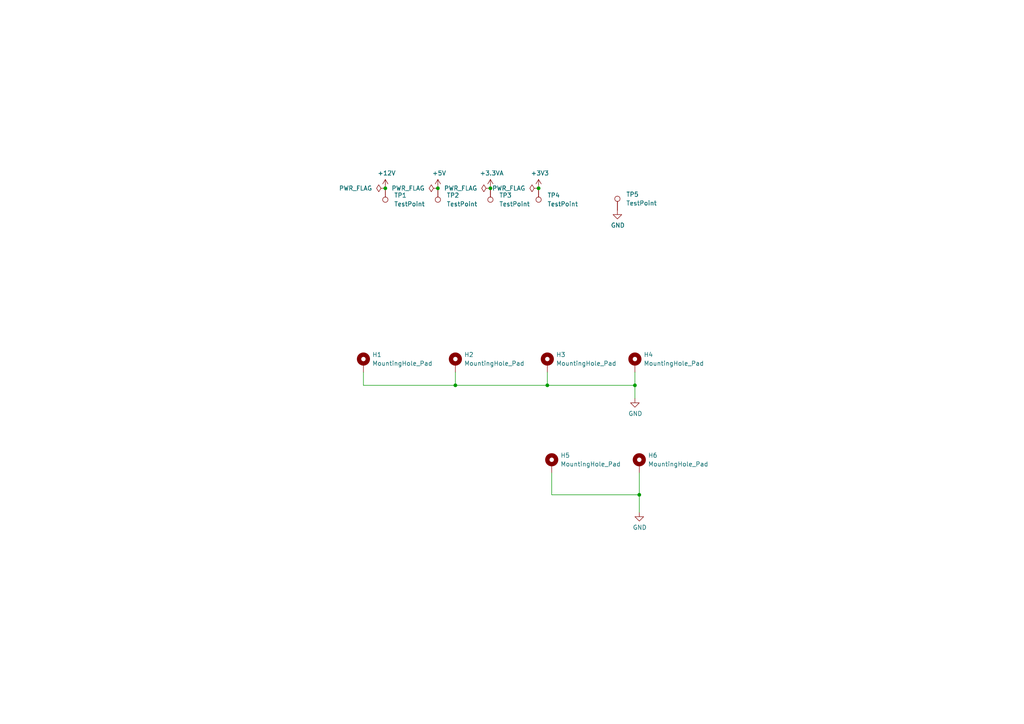
<source format=kicad_sch>
(kicad_sch (version 20230121) (generator eeschema)
  (paper "A4")
  (lib_symbols
    (symbol "Connector:TestPoint" (pin_numbers hide) (pin_names (offset 0.762) hide)
      (property "Reference" "TP" (at 0 6.858 0))
      (property "Value" "TestPoint" (at 0 5.08 0))
      (symbol "TestPoint_0_1"
        (circle (center 0 3.302) (radius 0.762))
      )
      (symbol "TestPoint_1_1"
        (pin passive line (at 0 0 90) (length 2.54) (name "1") (number "1"))
      )
    )
    (symbol "Mechanical:MountingHole_Pad" (pin_numbers hide) (pin_names (offset 1.016) hide)
      (property "Reference" "H" (at 0 6.35 0))
      (property "Value" "MountingHole_Pad" (at 0 4.445 0))
      (symbol "MountingHole_Pad_0_1"
        (circle (center 0 1.27) (radius 1.27) (stroke (width 1.27)))
      )
      (symbol "MountingHole_Pad_1_1"
        (pin input line (at 0 -2.54 90) (length 2.54) (name "1") (number "1"))
      )
    )
    (symbol "New Business Card-rescue:+3.3V-power" (power) (pin_names (offset 0))
      (property "Value" "+3.3V-power" (at 0 3.556 0))
      (symbol "+3.3V-power_0_1"
        (polyline (pts (xy -0.762 1.27) (xy 0 2.54)))
        (polyline (pts (xy 0 0) (xy 0 2.54)))
        (polyline (pts (xy 0 2.54) (xy 0.762 1.27)))
      )
      (symbol "+3.3V-power_1_1"
        (pin power_in line (at 0 0 90) (length 0) hide (name "+3V3") (number "1"))
      )
    )
    (symbol "power:+12V" (power) (pin_names (offset 0))
      (property "Value" "+12V" (at 0 3.556 0))
      (symbol "+12V_0_1"
        (polyline (pts (xy -0.762 1.27) (xy 0 2.54)))
        (polyline (pts (xy 0 0) (xy 0 2.54)))
        (polyline (pts (xy 0 2.54) (xy 0.762 1.27)))
      )
      (symbol "+12V_1_1"
        (pin power_in line (at 0 0 90) (length 0) hide (name "+12V") (number "1"))
      )
    )
    (symbol "power:+3.3VA" (power) (pin_names (offset 0))
      (property "Value" "+3.3VA" (at 0 3.556 0))
      (symbol "+3.3VA_0_1"
        (polyline (pts (xy -0.762 1.27) (xy 0 2.54)))
        (polyline (pts (xy 0 0) (xy 0 2.54)))
        (polyline (pts (xy 0 2.54) (xy 0.762 1.27)))
      )
      (symbol "+3.3VA_1_1"
        (pin power_in line (at 0 0 90) (length 0) hide (name "+3.3VA") (number "1"))
      )
    )
    (symbol "power:+5V" (power) (pin_names (offset 0))
      (property "Value" "+5V" (at 0 3.556 0))
      (symbol "+5V_0_1"
        (polyline (pts (xy -0.762 1.27) (xy 0 2.54)))
        (polyline (pts (xy 0 0) (xy 0 2.54)))
        (polyline (pts (xy 0 2.54) (xy 0.762 1.27)))
      )
      (symbol "+5V_1_1"
        (pin power_in line (at 0 0 90) (length 0) hide (name "+5V") (number "1"))
      )
    )
    (symbol "power:GND" (power) (pin_names (offset 0))
      (property "Value" "GND" (at 0 -3.81 0))
      (symbol "GND_0_1"
        (polyline (pts (xy 0 0) (xy 0 -1.27) (xy 1.27 -1.27) (xy 0 -2.54) (xy -1.27 -1.27) (xy 0 -1.27)))
      )
      (symbol "GND_1_1"
        (pin power_in line (at 0 0 270) (length 0) hide (name "GND") (number "1"))
      )
    )
    (symbol "power:PWR_FLAG" (power) (pin_numbers hide) (pin_names (offset 0) hide)
      (property "Value" "PWR_FLAG" (at 0 3.81 0))
      (symbol "PWR_FLAG_0_0"
        (pin power_out line (at 0 0 90) (length 0) (name "pwr") (number "1"))
      )
      (symbol "PWR_FLAG_0_1"
        (polyline (pts (xy 0 0) (xy 0 1.27) (xy -1.016 1.905) (xy 0 2.54) (xy 1.016 1.905) (xy 0 1.27)))
      )
    )
  )
  (junction (at 142.24 54.61))
  (junction (at 158.75 111.76))
  (junction (at 132.08 111.76))
  (junction (at 185.42 143.51))
  (junction (at 184.15 111.76))
  (junction (at 111.76 54.61))
  (junction (at 156.21 54.61))
  (junction (at 127 54.61))
  (wire (pts (xy 132.08 107.95) (xy 132.08 111.76)))
  (wire (pts (xy 184.15 111.76) (xy 184.15 115.57)))
  (wire (pts (xy 158.75 107.95) (xy 158.75 111.76)))
  (wire (pts (xy 160.02 137.16) (xy 160.02 143.51)))
  (wire (pts (xy 160.02 143.51) (xy 185.42 143.51)))
  (wire (pts (xy 105.41 107.95) (xy 105.41 111.76)))
  (wire (pts (xy 184.15 111.76) (xy 184.15 107.95)))
  (wire (pts (xy 158.75 111.76) (xy 184.15 111.76)))
  (wire (pts (xy 105.41 111.76) (xy 132.08 111.76)))
  (wire (pts (xy 132.08 111.76) (xy 158.75 111.76)))
  (wire (pts (xy 185.42 143.51) (xy 185.42 148.59)))
  (wire (pts (xy 185.42 137.16) (xy 185.42 143.51)))
  (symbol (lib_id "power:PWR_FLAG") (at 111.76 54.61 90) (unit 1)
    (property "Reference" "#FLG01" (effects hide))
    (property "Value" "PWR_FLAG" (at 107.95 54.61 90) (effects (justify left)))
  )
  (symbol (lib_id "Connector:TestPoint") (at 127 54.61 180) (unit 1)
    (property "Reference" "TP2" (at 129.54 56.642 0) (effects (justify right)))
    (property "Value" "TestPoint" (at 129.54 59.182 0) (effects (justify right)))
    (property "Footprint" "TestPoint:TestPoint_Plated_Hole_D2.0mm" (effects hide))
  )
  (symbol (lib_id "New Business Card-rescue:+3.3V-power") (at 156.21 54.61 0) (unit 1)
    (property "Reference" "#PWR?" (effects hide))
    (property "Value" "+3.3V" (at 156.591 50.2158 0))
    (instances (project "New Business Card" (path "" (reference "#PWR?") (unit 1)) (path "" (reference "#PWR049") (unit 1))))
  )
  (symbol (lib_id "power:GND") (at 185.42 148.59 0) (unit 1)
    (property "Reference" "#PWR?" (effects hide))
    (property "Value" "GND" (at 185.547 152.9842 0))
    (instances (project "New Business Card" (path "" (reference "#PWR?") (unit 1)) (path "" (reference "#PWR042") (unit 1))))
  )
  (symbol (lib_id "power:PWR_FLAG") (at 156.21 54.61 90) (unit 1)
    (property "Reference" "#FLG04" (effects hide))
    (property "Value" "PWR_FLAG" (at 152.4 54.61 90) (effects (justify left)))
  )
  (symbol (lib_id "Mechanical:MountingHole_Pad") (at 184.15 105.41 0) (unit 1)
    (property "Reference" "H4" (at 186.69 102.87 0) (effects (justify left)))
    (property "Value" "MountingHole_Pad" (at 186.69 105.41 0) (effects (justify left)))
    (property "Footprint" "MountingHole:MountingHole_3.2mm_M3_DIN965_Pad" (effects hide))
  )
  (symbol (lib_id "Mechanical:MountingHole_Pad") (at 185.42 134.62 0) (unit 1)
    (property "Reference" "H6" (at 187.96 132.08 0) (effects (justify left)))
    (property "Value" "MountingHole_Pad" (at 187.96 134.62 0) (effects (justify left)))
    (property "Footprint" "MountingHole:MountingHole_3.2mm_M3_DIN965_Pad" (effects hide))
  )
  (symbol (lib_id "Connector:TestPoint") (at 142.24 54.61 180) (unit 1)
    (property "Reference" "TP3" (at 144.78 56.642 0) (effects (justify right)))
    (property "Value" "TestPoint" (at 144.78 59.182 0) (effects (justify right)))
    (property "Footprint" "TestPoint:TestPoint_Plated_Hole_D2.0mm" (effects hide))
  )
  (symbol (lib_id "power:PWR_FLAG") (at 127 54.61 90) (unit 1)
    (property "Reference" "#FLG02" (effects hide))
    (property "Value" "PWR_FLAG" (at 123.19 54.61 90) (effects (justify left)))
  )
  (symbol (lib_id "Mechanical:MountingHole_Pad") (at 158.75 105.41 0) (unit 1)
    (property "Reference" "H3" (at 161.29 102.87 0) (effects (justify left)))
    (property "Value" "MountingHole_Pad" (at 161.29 105.41 0) (effects (justify left)))
    (property "Footprint" "MountingHole:MountingHole_3.2mm_M3_DIN965_Pad" (effects hide))
  )
  (symbol (lib_id "power:GND") (at 184.15 115.57 0) (unit 1)
    (property "Reference" "#PWR?" (effects hide))
    (property "Value" "GND" (at 184.277 119.9642 0))
    (instances (project "New Business Card" (path "" (reference "#PWR?") (unit 1)) (path "" (reference "#PWR051") (unit 1))))
  )
  (symbol (lib_id "Connector:TestPoint") (at 111.76 54.61 180) (unit 1)
    (property "Reference" "TP1" (at 114.3 56.642 0) (effects (justify right)))
    (property "Value" "TestPoint" (at 114.3 59.182 0) (effects (justify right)))
    (property "Footprint" "TestPoint:TestPoint_Plated_Hole_D2.0mm" (effects hide))
  )
  (symbol (lib_id "power:+12V") (at 111.76 54.61 0) (unit 1)
    (property "Reference" "#PWR?" (effects hide))
    (property "Value" "+12V" (at 112.141 50.2158 0))
    (instances (project "New Business Card" (path "" (reference "#PWR?") (unit 1)) (path "" (reference "#PWR046") (unit 1))))
  )
  (symbol (lib_id "power:GND") (at 179.07 60.96 0) (unit 1)
    (property "Reference" "#PWR011" (effects hide))
    (property "Value" "GND" (at 179.197 65.3542 0))
    (instances (project "New Business Card" (path "" (reference "#PWR011") (unit 1)) (path "" (reference "#PWR050") (unit 1))))
  )
  (symbol (lib_id "Mechanical:MountingHole_Pad") (at 105.41 105.41 0) (unit 1)
    (property "Reference" "H1" (at 107.95 102.87 0) (effects (justify left)))
    (property "Value" "MountingHole_Pad" (at 107.95 105.41 0) (effects (justify left)))
    (property "Footprint" "MountingHole:MountingHole_3.2mm_M3_DIN965_Pad" (effects hide))
  )
  (symbol (lib_id "power:+3.3VA") (at 142.24 54.61 0) (unit 1)
    (property "Reference" "#PWR?" (effects hide))
    (property "Value" "+3.3VA" (at 142.621 50.2158 0))
    (instances (project "New Business Card" (path "" (reference "#PWR?") (unit 1)) (path "" (reference "#PWR048") (unit 1))))
  )
  (symbol (lib_id "Mechanical:MountingHole_Pad") (at 132.08 105.41 0) (unit 1)
    (property "Reference" "H2" (at 134.62 102.87 0) (effects (justify left)))
    (property "Value" "MountingHole_Pad" (at 134.62 105.41 0) (effects (justify left)))
    (property "Footprint" "MountingHole:MountingHole_3.2mm_M3_DIN965_Pad" (effects hide))
  )
  (symbol (lib_id "power:+5V") (at 127 54.61 0) (unit 1)
    (property "Reference" "#PWR?" (effects hide))
    (property "Value" "+5V" (at 127.381 50.2158 0))
    (instances (project "New Business Card" (path "" (reference "#PWR?") (unit 1)) (path "" (reference "#PWR047") (unit 1))))
  )
  (symbol (lib_id "power:PWR_FLAG") (at 142.24 54.61 90) (unit 1)
    (property "Reference" "#FLG03" (effects hide))
    (property "Value" "PWR_FLAG" (at 138.43 54.61 90) (effects (justify left)))
  )
  (symbol (lib_id "Connector:TestPoint") (at 156.21 54.61 180) (unit 1)
    (property "Reference" "TP4" (at 158.75 56.642 0) (effects (justify right)))
    (property "Value" "TestPoint" (at 158.75 59.182 0) (effects (justify right)))
    (property "Footprint" "TestPoint:TestPoint_Plated_Hole_D2.0mm" (effects hide))
  )
  (symbol (lib_id "Connector:TestPoint") (at 179.07 60.96 0) (unit 1)
    (property "Reference" "TP5" (at 181.61 56.388 0) (effects (justify left)))
    (property "Value" "TestPoint" (at 181.61 58.928 0) (effects (justify left)))
    (property "Footprint" "TestPoint:TestPoint_Plated_Hole_D2.0mm" (effects hide))
  )
  (symbol (lib_id "Mechanical:MountingHole_Pad") (at 160.02 134.62 0) (unit 1)
    (property "Reference" "H5" (at 162.56 132.08 0) (effects (justify left)))
    (property "Value" "MountingHole_Pad" (at 162.56 134.62 0) (effects (justify left)))
    (property "Footprint" "MountingHole:MountingHole_3.2mm_M3_DIN965_Pad" (effects hide))
  )
)
</source>
